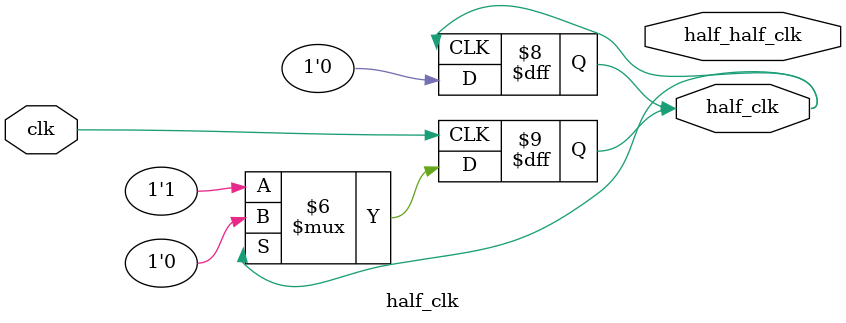
<source format=v>
module half_clk(
    input clk,
    output reg half_clk, half_half_clk
);

always @(posedge clk)
begin
	if(clk)
	begin
		if(half_clk == 1'd1)
			half_clk <= 1'd0;
		else
			half_clk <= 1'd1;
	end
	else
		half_clk <= half_clk;
end

always @(posedge half_clk)
begin
 	if(half_clk)
	begin
		if(half_clk == 1'd1)
			half_clk <= 1'd0;
		else
			half_clk <= 1'd1;
	end
	else
		half_clk <= half_clk;   
end

endmodule
</source>
